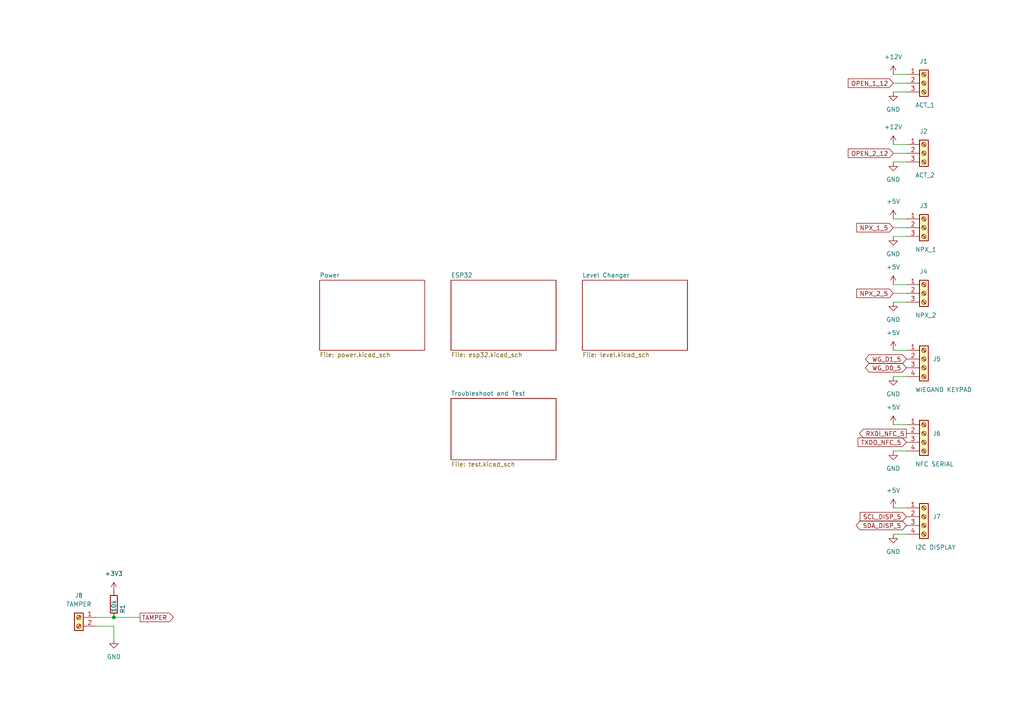
<source format=kicad_sch>
(kicad_sch (version 20211123) (generator eeschema)
  (paper "A4")
  (lib_symbols
    (symbol "Connector:Screw_Terminal_01x02" (pin_names (offset 1.016) hide)
      (property "Reference" "J" (at 0 2.54 0))
      (property "Value" "Screw_Terminal_01x02" (at 0 -5.08 0))
      (symbol "Screw_Terminal_01x02_1_1"
        (rectangle (start -1.27 1.27) (end 1.27 -3.81) (stroke (width 0.254)) (fill (type background)))
        (circle (center 0 -2.54) (radius 0.635) (stroke (width 0.1524)))
        (polyline (pts (xy -0.5334 -2.2098) (xy 0.3302 -3.048)) (stroke (width 0.1524)))
        (polyline (pts (xy -0.5334 0.3302) (xy 0.3302 -0.508)) (stroke (width 0.1524)))
        (polyline (pts (xy -0.3556 -2.032) (xy 0.508 -2.8702)) (stroke (width 0.1524)))
        (polyline (pts (xy -0.3556 0.508) (xy 0.508 -0.3302)) (stroke (width 0.1524)))
        (circle (center 0 0) (radius 0.635) (stroke (width 0.1524)))
        (pin passive line (at -5.08 0 0) (length 3.81) (name "Pin_1") (number "1"))
        (pin passive line (at -5.08 -2.54 0) (length 3.81) (name "Pin_2") (number "2"))
      )
    )
    (symbol "Connector:Screw_Terminal_01x03" (pin_names (offset 1.016) hide)
      (property "Reference" "J" (at 0 5.08 0))
      (property "Value" "Screw_Terminal_01x03" (at 0 -5.08 0))
      (symbol "Screw_Terminal_01x03_1_1"
        (rectangle (start -1.27 3.81) (end 1.27 -3.81) (stroke (width 0.254)) (fill (type background)))
        (circle (center 0 -2.54) (radius 0.635) (stroke (width 0.1524)))
        (polyline (pts (xy -0.5334 -2.2098) (xy 0.3302 -3.048)) (stroke (width 0.1524)))
        (polyline (pts (xy -0.5334 0.3302) (xy 0.3302 -0.508)) (stroke (width 0.1524)))
        (polyline (pts (xy -0.5334 2.8702) (xy 0.3302 2.032)) (stroke (width 0.1524)))
        (polyline (pts (xy -0.3556 -2.032) (xy 0.508 -2.8702)) (stroke (width 0.1524)))
        (polyline (pts (xy -0.3556 0.508) (xy 0.508 -0.3302)) (stroke (width 0.1524)))
        (polyline (pts (xy -0.3556 3.048) (xy 0.508 2.2098)) (stroke (width 0.1524)))
        (circle (center 0 0) (radius 0.635) (stroke (width 0.1524)))
        (circle (center 0 2.54) (radius 0.635) (stroke (width 0.1524)))
        (pin passive line (at -5.08 2.54 0) (length 3.81) (name "Pin_1") (number "1"))
        (pin passive line (at -5.08 0 0) (length 3.81) (name "Pin_2") (number "2"))
        (pin passive line (at -5.08 -2.54 0) (length 3.81) (name "Pin_3") (number "3"))
      )
    )
    (symbol "Connector:Screw_Terminal_01x04" (pin_names (offset 1.016) hide)
      (property "Reference" "J" (at 0 5.08 0))
      (property "Value" "Screw_Terminal_01x04" (at 0 -7.62 0))
      (symbol "Screw_Terminal_01x04_1_1"
        (rectangle (start -1.27 3.81) (end 1.27 -6.35) (stroke (width 0.254)) (fill (type background)))
        (circle (center 0 -5.08) (radius 0.635) (stroke (width 0.1524)))
        (circle (center 0 -2.54) (radius 0.635) (stroke (width 0.1524)))
        (polyline (pts (xy -0.5334 -4.7498) (xy 0.3302 -5.588)) (stroke (width 0.1524)))
        (polyline (pts (xy -0.5334 -2.2098) (xy 0.3302 -3.048)) (stroke (width 0.1524)))
        (polyline (pts (xy -0.5334 0.3302) (xy 0.3302 -0.508)) (stroke (width 0.1524)))
        (polyline (pts (xy -0.5334 2.8702) (xy 0.3302 2.032)) (stroke (width 0.1524)))
        (polyline (pts (xy -0.3556 -4.572) (xy 0.508 -5.4102)) (stroke (width 0.1524)))
        (polyline (pts (xy -0.3556 -2.032) (xy 0.508 -2.8702)) (stroke (width 0.1524)))
        (polyline (pts (xy -0.3556 0.508) (xy 0.508 -0.3302)) (stroke (width 0.1524)))
        (polyline (pts (xy -0.3556 3.048) (xy 0.508 2.2098)) (stroke (width 0.1524)))
        (circle (center 0 0) (radius 0.635) (stroke (width 0.1524)))
        (circle (center 0 2.54) (radius 0.635) (stroke (width 0.1524)))
        (pin passive line (at -5.08 2.54 0) (length 3.81) (name "Pin_1") (number "1"))
        (pin passive line (at -5.08 0 0) (length 3.81) (name "Pin_2") (number "2"))
        (pin passive line (at -5.08 -2.54 0) (length 3.81) (name "Pin_3") (number "3"))
        (pin passive line (at -5.08 -5.08 0) (length 3.81) (name "Pin_4") (number "4"))
      )
    )
    (symbol "Device:R" (pin_numbers hide) (pin_names (offset 0))
      (property "Reference" "R" (at 2.032 0 90))
      (property "Value" "R" (at 0 0 90))
      (symbol "R_0_1"
        (rectangle (start -1.016 -2.54) (end 1.016 2.54) (stroke (width 0.254)))
      )
      (symbol "R_1_1"
        (pin passive line (at 0 3.81 270) (length 1.27) (name "~") (number "1"))
        (pin passive line (at 0 -3.81 90) (length 1.27) (name "~") (number "2"))
      )
    )
    (symbol "power:+12V" (power) (pin_names (offset 0))
      (property "Value" "+12V" (at 0 3.556 0))
      (symbol "+12V_0_1"
        (polyline (pts (xy -0.762 1.27) (xy 0 2.54)))
        (polyline (pts (xy 0 0) (xy 0 2.54)))
        (polyline (pts (xy 0 2.54) (xy 0.762 1.27)))
      )
      (symbol "+12V_1_1"
        (pin power_in line (at 0 0 90) (length 0) hide (name "+12V") (number "1"))
      )
    )
    (symbol "power:+3V3" (power) (pin_names (offset 0))
      (property "Value" "+3V3" (at 0 3.556 0))
      (symbol "+3V3_0_1"
        (polyline (pts (xy -0.762 1.27) (xy 0 2.54)))
        (polyline (pts (xy 0 0) (xy 0 2.54)))
        (polyline (pts (xy 0 2.54) (xy 0.762 1.27)))
      )
      (symbol "+3V3_1_1"
        (pin power_in line (at 0 0 90) (length 0) hide (name "+3V3") (number "1"))
      )
    )
    (symbol "power:+5V" (power) (pin_names (offset 0))
      (property "Value" "+5V" (at 0 3.556 0))
      (symbol "+5V_0_1"
        (polyline (pts (xy -0.762 1.27) (xy 0 2.54)))
        (polyline (pts (xy 0 0) (xy 0 2.54)))
        (polyline (pts (xy 0 2.54) (xy 0.762 1.27)))
      )
      (symbol "+5V_1_1"
        (pin power_in line (at 0 0 90) (length 0) hide (name "+5V") (number "1"))
      )
    )
    (symbol "power:GND" (power) (pin_names (offset 0))
      (property "Value" "GND" (at 0 -3.81 0))
      (symbol "GND_0_1"
        (polyline (pts (xy 0 0) (xy 0 -1.27) (xy 1.27 -1.27) (xy 0 -2.54) (xy -1.27 -1.27) (xy 0 -1.27)))
      )
      (symbol "GND_1_1"
        (pin power_in line (at 0 0 270) (length 0) hide (name "GND") (number "1"))
      )
    )
  )
  (junction (at 33.02 179.07))
  (wire (pts (xy 259.08 44.45) (xy 262.89 44.45)))
  (wire (pts (xy 259.08 63.5) (xy 262.89 63.5)))
  (wire (pts (xy 33.02 179.07) (xy 40.64 179.07)))
  (wire (pts (xy 259.08 130.81) (xy 262.89 130.81)))
  (wire (pts (xy 259.08 101.6) (xy 262.89 101.6)))
  (wire (pts (xy 259.08 46.99) (xy 262.89 46.99)))
  (wire (pts (xy 27.94 179.07) (xy 33.02 179.07)))
  (wire (pts (xy 259.08 41.91) (xy 262.89 41.91)))
  (wire (pts (xy 259.08 147.32) (xy 262.89 147.32)))
  (wire (pts (xy 259.08 123.19) (xy 262.89 123.19)))
  (wire (pts (xy 259.08 85.09) (xy 262.89 85.09)))
  (wire (pts (xy 259.08 26.67) (xy 262.89 26.67)))
  (wire (pts (xy 259.08 24.13) (xy 262.89 24.13)))
  (wire (pts (xy 259.08 154.94) (xy 262.89 154.94)))
  (wire (pts (xy 259.08 21.59) (xy 262.89 21.59)))
  (wire (pts (xy 259.08 87.63) (xy 262.89 87.63)))
  (wire (pts (xy 259.08 109.22) (xy 262.89 109.22)))
  (wire (pts (xy 259.08 66.04) (xy 262.89 66.04)))
  (wire (pts (xy 33.02 181.61) (xy 33.02 185.42)))
  (wire (pts (xy 259.08 82.55) (xy 262.89 82.55)))
  (wire (pts (xy 259.08 68.58) (xy 262.89 68.58)))
  (wire (pts (xy 27.94 181.61) (xy 33.02 181.61)))
  (global_label "SCL_DISP_5" (shape input) (at 262.89 149.86 180) (property "Intersheet References" "${INTERSHEET_REFS}" (effects hide)))
  (global_label "OPEN_2_12" (shape input) (at 259.08 44.45 180) (property "Intersheet References" "${INTERSHEET_REFS}" (effects hide)))
  (global_label "RXDI_NFC_5" (shape output) (at 262.89 125.73 180) (property "Intersheet References" "${INTERSHEET_REFS}" (effects hide)))
  (global_label "NPX_1_5" (shape input) (at 259.08 66.04 180) (property "Intersheet References" "${INTERSHEET_REFS}" (effects hide)))
  (global_label "TAMPER" (shape output) (at 40.64 179.07 0) (property "Intersheet References" "${INTERSHEET_REFS}" (effects hide)))
  (global_label "NPX_2_5" (shape input) (at 259.08 85.09 180) (property "Intersheet References" "${INTERSHEET_REFS}" (effects hide)))
  (global_label "TXDO_NFC_5" (shape input) (at 262.89 128.27 180) (property "Intersheet References" "${INTERSHEET_REFS}" (effects hide)))
  (global_label "WG_D1_5" (shape bidirectional) (at 262.89 104.14 180) (property "Intersheet References" "${INTERSHEET_REFS}" (effects hide)))
  (global_label "SDA_DISP_5" (shape bidirectional) (at 262.89 152.4 180) (property "Intersheet References" "${INTERSHEET_REFS}" (effects hide)))
  (global_label "OPEN_1_12" (shape input) (at 259.08 24.13 180) (property "Intersheet References" "${INTERSHEET_REFS}" (effects hide)))
  (global_label "WG_D0_5" (shape bidirectional) (at 262.89 106.68 180) (property "Intersheet References" "${INTERSHEET_REFS}" (effects hide)))
  (symbol (lib_id "Connector:Screw_Terminal_01x03") (at 267.97 66.04 0) (unit 1)
    (property "Reference" "J3" (at 266.7 59.69 0) (effects (justify left)))
    (property "Value" "NPX_1" (at 265.43 72.39 0) (effects (justify left)))
    (property "Footprint" "Connector_PinHeader_2.54mm:PinHeader_1x03_P2.54mm_Horizontal" (effects hide))
    (property "BUY" "C918121" (effects hide))
  )
  (symbol (lib_id "power:GND") (at 259.08 26.67 0) (unit 1)
    (property "Reference" "#PWR02" (effects hide))
    (property "Value" "GND" (at 259.08 31.75 0))
  )
  (symbol (lib_id "power:+5V") (at 259.08 147.32 0) (unit 1)
    (property "Reference" "#PWR013" (effects hide))
    (property "Value" "+5V" (at 259.08 142.24 0))
  )
  (symbol (lib_id "power:+5V") (at 259.08 123.19 0) (unit 1)
    (property "Reference" "#PWR011" (effects hide))
    (property "Value" "+5V" (at 259.08 118.11 0))
  )
  (symbol (lib_id "power:+3V3") (at 33.02 171.45 0) (unit 1)
    (property "Reference" "#PWR015" (effects hide))
    (property "Value" "+3V3" (at 33.02 166.37 0))
  )
  (symbol (lib_id "power:+5V") (at 259.08 101.6 0) (unit 1)
    (property "Reference" "#PWR09" (effects hide))
    (property "Value" "+5V" (at 259.08 96.52 0))
  )
  (symbol (lib_id "power:+12V") (at 259.08 41.91 0) (unit 1)
    (property "Reference" "#PWR0103" (effects hide))
    (property "Value" "+12V" (at 259.08 36.83 0))
  )
  (symbol (lib_id "power:+5V") (at 259.08 63.5 0) (unit 1)
    (property "Reference" "#PWR05" (effects hide))
    (property "Value" "+5V" (at 259.08 58.42 0))
  )
  (symbol (lib_id "power:GND") (at 259.08 87.63 0) (unit 1)
    (property "Reference" "#PWR08" (effects hide))
    (property "Value" "GND" (at 259.08 92.71 0))
  )
  (symbol (lib_id "Connector:Screw_Terminal_01x02") (at 22.86 179.07 0) (mirror y) (unit 1)
    (property "Reference" "J8" (at 22.86 172.72 0))
    (property "Value" "TAMPER" (at 22.86 175.26 0))
    (property "Footprint" "Connector_PinHeader_2.54mm:PinHeader_1x02_P2.54mm_Horizontal" (effects hide))
    (property "BUY" "C918120" (effects hide))
  )
  (symbol (lib_id "power:GND") (at 259.08 109.22 0) (unit 1)
    (property "Reference" "#PWR010" (effects hide))
    (property "Value" "GND" (at 259.08 114.3 0))
  )
  (symbol (lib_id "power:GND") (at 259.08 130.81 0) (unit 1)
    (property "Reference" "#PWR012" (effects hide))
    (property "Value" "GND" (at 259.08 135.89 0))
  )
  (symbol (lib_id "power:+5V") (at 259.08 82.55 0) (unit 1)
    (property "Reference" "#PWR07" (effects hide))
    (property "Value" "+5V" (at 259.08 77.47 0))
  )
  (symbol (lib_id "Connector:Screw_Terminal_01x03") (at 267.97 85.09 0) (unit 1)
    (property "Reference" "J4" (at 266.7 78.74 0) (effects (justify left)))
    (property "Value" "NPX_2" (at 265.43 91.44 0) (effects (justify left)))
    (property "Footprint" "Connector_PinHeader_2.54mm:PinHeader_1x03_P2.54mm_Horizontal" (effects hide))
    (property "BUY" "C918121" (effects hide))
  )
  (symbol (lib_id "power:GND") (at 259.08 68.58 0) (unit 1)
    (property "Reference" "#PWR06" (effects hide))
    (property "Value" "GND" (at 259.08 73.66 0))
  )
  (symbol (lib_id "Connector:Screw_Terminal_01x04") (at 267.97 149.86 0) (unit 1)
    (property "Reference" "J7" (at 270.51 149.8599 0) (effects (justify left)))
    (property "Value" "I2C DISPLAY" (at 265.43 158.75 0) (effects (justify left)))
    (property "Footprint" "Connector_PinHeader_2.54mm:PinHeader_1x04_P2.54mm_Horizontal" (effects hide))
    (property "BUY" "C918122" (effects hide))
  )
  (symbol (lib_id "power:GND") (at 259.08 154.94 0) (unit 1)
    (property "Reference" "#PWR014" (effects hide))
    (property "Value" "GND" (at 259.08 160.02 0))
  )
  (symbol (lib_id "power:+12V") (at 259.08 21.59 0) (unit 1)
    (property "Reference" "#PWR0104" (effects hide))
    (property "Value" "+12V" (at 259.08 16.51 0))
  )
  (symbol (lib_id "power:GND") (at 33.02 185.42 0) (unit 1)
    (property "Reference" "#PWR016" (effects hide))
    (property "Value" "GND" (at 33.02 190.5 0))
  )
  (symbol (lib_id "Connector:Screw_Terminal_01x04") (at 267.97 125.73 0) (unit 1)
    (property "Reference" "J6" (at 270.51 125.7299 0) (effects (justify left)))
    (property "Value" "NFC SERIAL" (at 265.43 134.62 0) (effects (justify left)))
    (property "Footprint" "Connector_PinHeader_2.54mm:PinHeader_1x04_P2.54mm_Horizontal" (effects hide))
    (property "BUY" "C918122" (effects hide))
  )
  (symbol (lib_id "power:GND") (at 259.08 46.99 0) (unit 1)
    (property "Reference" "#PWR04" (effects hide))
    (property "Value" "GND" (at 259.08 52.07 0))
  )
  (symbol (lib_id "Connector:Screw_Terminal_01x03") (at 267.97 24.13 0) (unit 1)
    (property "Reference" "J1" (at 266.7 17.78 0) (effects (justify left)))
    (property "Value" "ACT_1" (at 265.43 30.48 0) (effects (justify left)))
    (property "Footprint" "Connector_PinHeader_2.54mm:PinHeader_1x03_P2.54mm_Horizontal" (effects hide))
    (property "BUY" "C918121" (effects hide))
  )
  (symbol (lib_id "Device:R") (at 33.02 175.26 180) (unit 1)
    (property "Reference" "R1" (at 35.56 175.26 90) (effects (justify left)))
    (property "Value" "10k" (at 33.02 173.99 90) (effects (justify left)))
    (property "Footprint" "Resistor_SMD:R_0603_1608Metric" (effects hide))
    (property "LCSC" "C25804" (effects hide))
  )
  (symbol (lib_id "Connector:Screw_Terminal_01x03") (at 267.97 44.45 0) (unit 1)
    (property "Reference" "J2" (at 266.7 38.1 0) (effects (justify left)))
    (property "Value" "ACT_2" (at 265.43 50.8 0) (effects (justify left)))
    (property "Footprint" "Connector_PinHeader_2.54mm:PinHeader_1x03_P2.54mm_Horizontal" (effects hide))
    (property "BUY" "C918121" (effects hide))
  )
  (symbol (lib_id "Connector:Screw_Terminal_01x04") (at 267.97 104.14 0) (unit 1)
    (property "Reference" "J5" (at 270.51 104.1399 0) (effects (justify left)))
    (property "Value" "WIEGAND KEYPAD" (at 265.43 113.03 0) (effects (justify left)))
    (property "Footprint" "Connector_PinHeader_2.54mm:PinHeader_1x04_P2.54mm_Horizontal" (effects hide))
    (property "BUY" "C918122" (effects hide))
  )
  (sheet (at 92.71 81.28) (size 30.48 20.32) (stroke (width 0.1524))
    (property "Sheet name" "Power" (at 92.71 80.5684 0) (effects (justify left bottom)))
    (property "Sheet file" "power.kicad_sch" (at 92.71 102.1846 0) (effects (justify left top)))
  )
  (sheet (at 130.81 81.28) (size 30.48 20.32) (stroke (width 0.1524))
    (property "Sheet name" "ESP32" (at 130.81 80.5684 0) (effects (justify left bottom)))
    (property "Sheet file" "esp32.kicad_sch" (at 130.81 102.1846 0) (effects (justify left top)))
  )
  (sheet (at 130.81 115.57) (size 30.48 17.78) (stroke (width 0.1524))
    (property "Sheet name" "Troubleshoot and Test" (at 130.81 114.8584 0) (effects (justify left bottom)))
    (property "Sheet file" "test.kicad_sch" (at 130.81 133.9346 0) (effects (justify left top)))
  )
  (sheet (at 168.91 81.28) (size 30.48 20.32) (stroke (width 0.1524))
    (property "Sheet name" "Level Changer" (at 168.91 80.5684 0) (effects (justify left bottom)))
    (property "Sheet file" "level.kicad_sch" (at 168.91 102.1846 0) (effects (justify left top)))
  )
)
</source>
